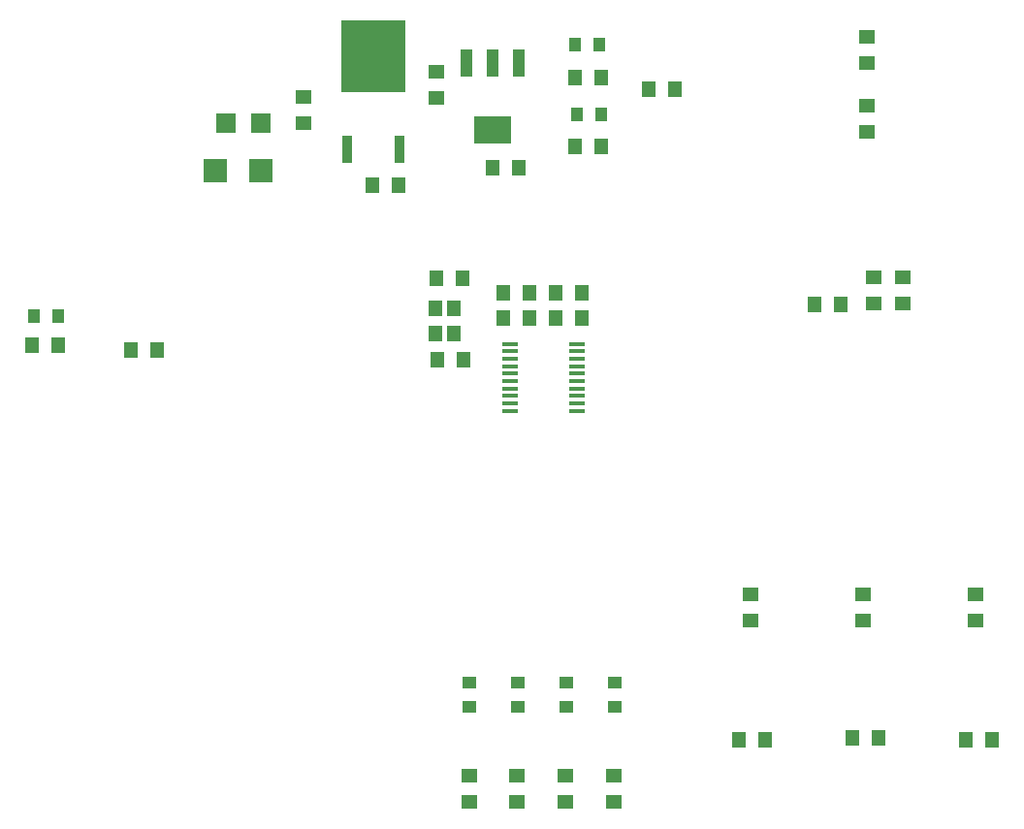
<source format=gtp>
G04*
G04 #@! TF.GenerationSoftware,Altium Limited,Altium Designer,18.1.6 (161)*
G04*
G04 Layer_Color=8421504*
%FSTAX24Y24*%
%MOIN*%
G70*
G01*
G75*
%ADD22R,0.0500X0.0550*%
%ADD23R,0.0453X0.0551*%
%ADD24R,0.0580X0.0140*%
%ADD25R,0.0550X0.0500*%
%ADD26R,0.0433X0.0472*%
%ADD27R,0.0370X0.0980*%
%ADD28R,0.2190X0.2480*%
%ADD29R,0.0472X0.0433*%
%ADD30R,0.0669X0.0709*%
%ADD31R,0.0394X0.0945*%
%ADD32R,0.1299X0.0945*%
%ADD33R,0.0787X0.0787*%
D22*
X043767Y0252D02*
D03*
X042867D02*
D03*
X039858Y02525D02*
D03*
X038958D02*
D03*
X03505Y0252D02*
D03*
X03595D02*
D03*
X0256Y03825D02*
D03*
X0247D02*
D03*
X02465Y04105D02*
D03*
X02555D02*
D03*
X027874Y0397D02*
D03*
X026974D02*
D03*
X027874Y04055D02*
D03*
X026974D02*
D03*
X02965Y0397D02*
D03*
X02875D02*
D03*
X02965Y04055D02*
D03*
X02875D02*
D03*
X03033Y047947D02*
D03*
X02943D02*
D03*
X0266Y04485D02*
D03*
X0275D02*
D03*
X01505Y038581D02*
D03*
X01415D02*
D03*
X01075Y03875D02*
D03*
X01165D02*
D03*
X02245Y04425D02*
D03*
X02335D02*
D03*
X03285Y04755D02*
D03*
X03195D02*
D03*
X02942Y0456D02*
D03*
X03032D02*
D03*
X03765Y04015D02*
D03*
X03855D02*
D03*
D23*
X02462Y040016D02*
D03*
Y03915D02*
D03*
X02525D02*
D03*
Y040016D02*
D03*
D24*
X0272Y038802D02*
D03*
X0272Y038546D02*
D03*
X0272Y03829D02*
D03*
X0272Y038034D02*
D03*
X0272Y037778D02*
D03*
Y037522D02*
D03*
Y037266D02*
D03*
Y03701D02*
D03*
Y036754D02*
D03*
Y036498D02*
D03*
X0295D02*
D03*
Y036754D02*
D03*
Y03701D02*
D03*
Y037266D02*
D03*
Y037522D02*
D03*
X0295Y037778D02*
D03*
X0295Y038034D02*
D03*
X0295Y03829D02*
D03*
X0295Y038546D02*
D03*
X0295Y038802D02*
D03*
D25*
X03945Y0461D02*
D03*
Y047D02*
D03*
Y04935D02*
D03*
Y04845D02*
D03*
X02465Y04725D02*
D03*
Y04815D02*
D03*
X027442Y02395D02*
D03*
Y02305D02*
D03*
X02578Y02395D02*
D03*
Y02305D02*
D03*
X0201Y0473D02*
D03*
Y0464D02*
D03*
X03545Y0293D02*
D03*
Y0302D02*
D03*
X029104Y02305D02*
D03*
Y02395D02*
D03*
X030767Y02305D02*
D03*
Y02395D02*
D03*
X039327Y0293D02*
D03*
Y0302D02*
D03*
X0432Y0293D02*
D03*
Y0302D02*
D03*
X0397Y0402D02*
D03*
Y0411D02*
D03*
X0407Y0402D02*
D03*
Y0411D02*
D03*
D26*
X029437Y0491D02*
D03*
X030263D02*
D03*
X011663Y03975D02*
D03*
X010837D02*
D03*
X030313Y0467D02*
D03*
X029487D02*
D03*
D27*
X0216Y045485D02*
D03*
X0234D02*
D03*
D28*
X0225Y048695D02*
D03*
D29*
X030787Y02715D02*
D03*
Y026323D02*
D03*
X029124Y02715D02*
D03*
Y026323D02*
D03*
X0258Y02715D02*
D03*
Y026323D02*
D03*
X027462Y02715D02*
D03*
Y026323D02*
D03*
D30*
X018637Y0464D02*
D03*
X017437D02*
D03*
D31*
X027506Y048442D02*
D03*
X0266D02*
D03*
X025694D02*
D03*
D32*
X0266Y046158D02*
D03*
D33*
X018637Y04475D02*
D03*
X017063D02*
D03*
M02*

</source>
